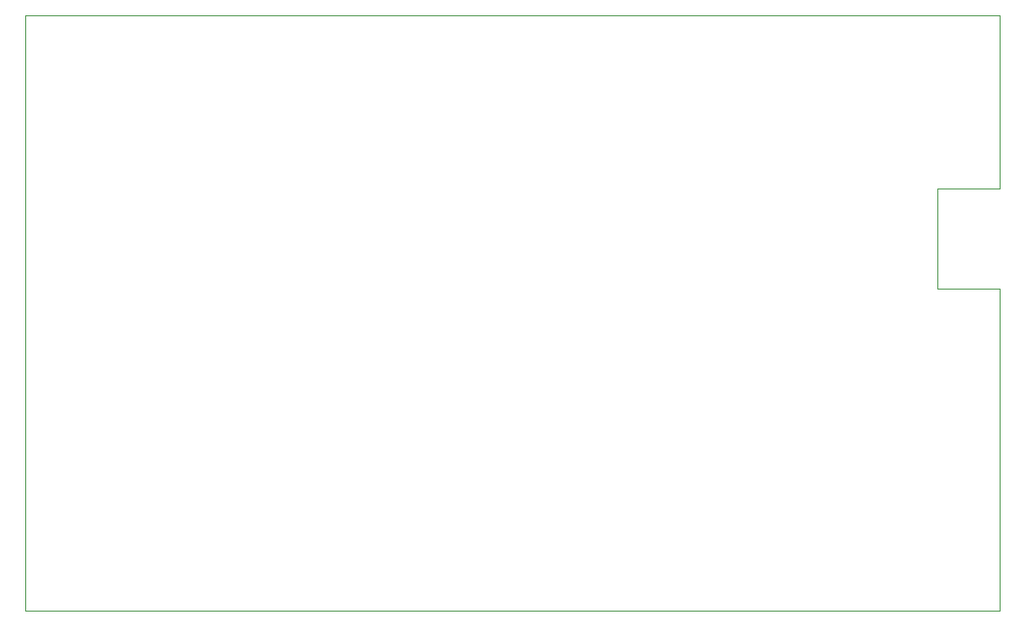
<source format=gbr>
G04 #@! TF.GenerationSoftware,KiCad,Pcbnew,(5.1.6-0-10_14)*
G04 #@! TF.CreationDate,2020-07-26T20:14:21+09:00*
G04 #@! TF.ProjectId,name_card_keyboard,6e616d65-5f63-4617-9264-5f6b6579626f,rev?*
G04 #@! TF.SameCoordinates,Original*
G04 #@! TF.FileFunction,Profile,NP*
%FSLAX46Y46*%
G04 Gerber Fmt 4.6, Leading zero omitted, Abs format (unit mm)*
G04 Created by KiCad (PCBNEW (5.1.6-0-10_14)) date 2020-07-26 20:14:21*
%MOMM*%
%LPD*%
G01*
G04 APERTURE LIST*
G04 #@! TA.AperFunction,Profile*
%ADD10C,0.050000*%
G04 #@! TD*
G04 #@! TA.AperFunction,Profile*
%ADD11C,0.100000*%
G04 #@! TD*
G04 APERTURE END LIST*
D10*
X190627000Y-134620000D02*
X190640000Y-104365000D01*
X190627000Y-78740000D02*
X190630000Y-95025000D01*
X184830000Y-104365000D02*
X190640000Y-104365000D01*
X184830000Y-95025000D02*
X184830000Y-104365000D01*
X190630000Y-95025000D02*
X184830000Y-95025000D01*
D11*
X99187000Y-78740000D02*
X190627000Y-78740000D01*
X99187000Y-134620000D02*
X99187000Y-78740000D01*
X190627000Y-134620000D02*
X99187000Y-134620000D01*
M02*

</source>
